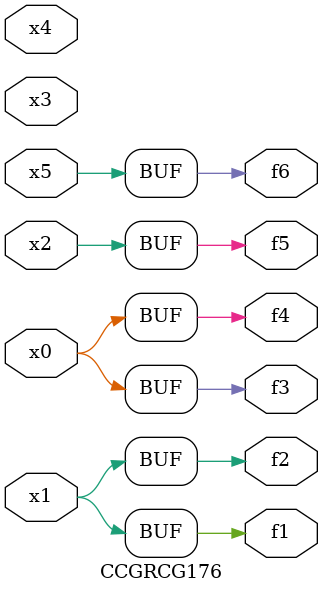
<source format=v>
module CCGRCG176(
	input x0, x1, x2, x3, x4, x5,
	output f1, f2, f3, f4, f5, f6
);
	assign f1 = x1;
	assign f2 = x1;
	assign f3 = x0;
	assign f4 = x0;
	assign f5 = x2;
	assign f6 = x5;
endmodule

</source>
